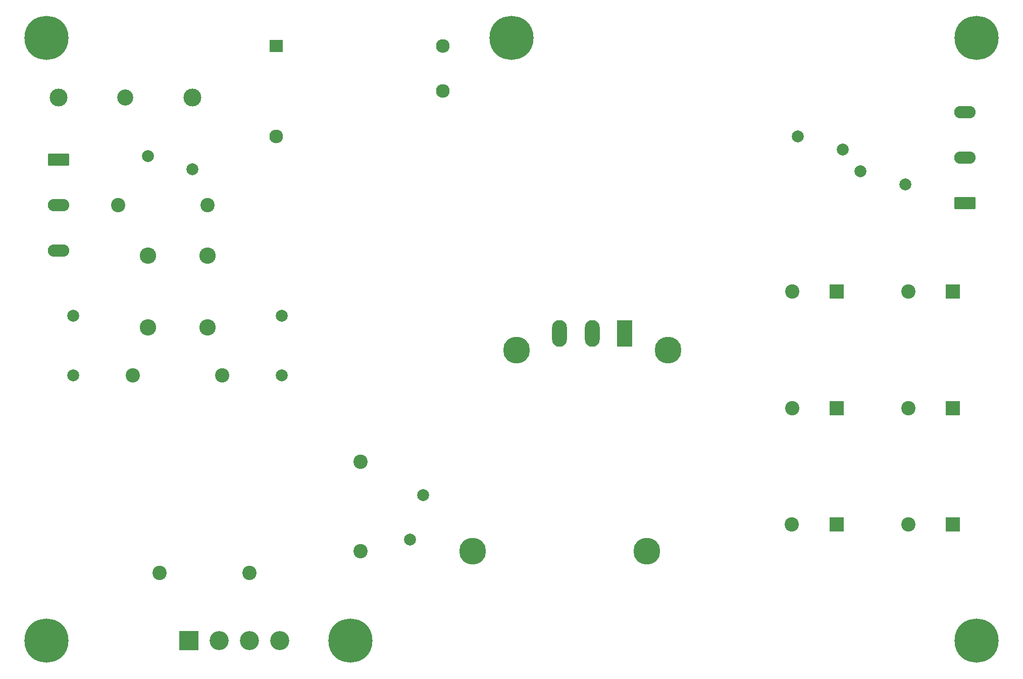
<source format=gbs>
%TF.GenerationSoftware,KiCad,Pcbnew,6.0.7-f9a2dced07~116~ubuntu20.04.1*%
%TF.CreationDate,2022-10-02T03:02:38-04:00*%
%TF.ProjectId,SSTC_PFC_Power_Supply,53535443-5f50-4464-935f-506f7765725f,rev?*%
%TF.SameCoordinates,Original*%
%TF.FileFunction,Soldermask,Bot*%
%TF.FilePolarity,Negative*%
%FSLAX46Y46*%
G04 Gerber Fmt 4.6, Leading zero omitted, Abs format (unit mm)*
G04 Created by KiCad (PCBNEW 6.0.7-f9a2dced07~116~ubuntu20.04.1) date 2022-10-02 03:02:38*
%MOMM*%
%LPD*%
G01*
G04 APERTURE LIST*
G04 Aperture macros list*
%AMRoundRect*
0 Rectangle with rounded corners*
0 $1 Rounding radius*
0 $2 $3 $4 $5 $6 $7 $8 $9 X,Y pos of 4 corners*
0 Add a 4 corners polygon primitive as box body*
4,1,4,$2,$3,$4,$5,$6,$7,$8,$9,$2,$3,0*
0 Add four circle primitives for the rounded corners*
1,1,$1+$1,$2,$3*
1,1,$1+$1,$4,$5*
1,1,$1+$1,$6,$7*
1,1,$1+$1,$8,$9*
0 Add four rect primitives between the rounded corners*
20,1,$1+$1,$2,$3,$4,$5,0*
20,1,$1+$1,$4,$5,$6,$7,0*
20,1,$1+$1,$6,$7,$8,$9,0*
20,1,$1+$1,$8,$9,$2,$3,0*%
G04 Aperture macros list end*
%ADD10C,2.750000*%
%ADD11C,2.400000*%
%ADD12C,7.400000*%
%ADD13C,2.000000*%
%ADD14RoundRect,0.250001X-1.549999X0.799999X-1.549999X-0.799999X1.549999X-0.799999X1.549999X0.799999X0*%
%ADD15O,3.600000X2.100000*%
%ADD16C,2.700000*%
%ADD17C,3.000000*%
%ADD18C,4.500000*%
%ADD19R,2.500000X4.500000*%
%ADD20O,2.500000X4.500000*%
%ADD21R,2.400000X2.400000*%
%ADD22R,2.300000X2.000000*%
%ADD23C,2.300000*%
%ADD24RoundRect,0.250001X1.549999X-0.799999X1.549999X0.799999X-1.549999X0.799999X-1.549999X-0.799999X0*%
%ADD25R,3.200000X3.200000*%
%ADD26C,3.200000*%
G04 APERTURE END LIST*
D10*
%TO.C,FL1*%
X81500000Y-66000000D03*
X81500000Y-78000000D03*
X71500000Y-66000000D03*
X71500000Y-78000000D03*
%TD*%
D11*
%TO.C,C2*%
X84000000Y-86000000D03*
X69000000Y-86000000D03*
%TD*%
D12*
%TO.C,H5*%
X132500000Y-29500000D03*
%TD*%
D13*
%TO.C,RV4*%
X115500000Y-113550000D03*
X117700000Y-106050000D03*
%TD*%
D12*
%TO.C,H3*%
X210500000Y-130500000D03*
%TD*%
D14*
%TO.C,J1*%
X56500000Y-49880000D03*
D15*
X56500000Y-57500000D03*
X56500000Y-65120000D03*
%TD*%
D12*
%TO.C,H1*%
X54500000Y-29500000D03*
%TD*%
D16*
%TO.C,F1*%
X67750000Y-39500000D03*
D17*
X56500000Y-39500000D03*
X79000000Y-39500000D03*
%TD*%
D13*
%TO.C,C4*%
X94000000Y-86000000D03*
X94000000Y-76000000D03*
%TD*%
%TO.C,RV3*%
X188000000Y-48200000D03*
X180500000Y-46000000D03*
%TD*%
D18*
%TO.C,L3*%
X126000000Y-115500000D03*
X155200000Y-115500000D03*
%TD*%
D12*
%TO.C,H4*%
X105500000Y-130500000D03*
%TD*%
D19*
%TO.C,Q1*%
X151450000Y-79000000D03*
D20*
X146000000Y-79000000D03*
X140550000Y-79000000D03*
%TD*%
D21*
%TO.C,C11*%
X206500000Y-111000000D03*
D11*
X199000000Y-111000000D03*
%TD*%
D18*
%TO.C,HS1*%
X158700000Y-81820000D03*
X133300000Y-81820000D03*
%TD*%
D12*
%TO.C,H6*%
X54500000Y-130500000D03*
%TD*%
D13*
%TO.C,RV2*%
X198500000Y-54000000D03*
X191000000Y-51800000D03*
%TD*%
D11*
%TO.C,C1*%
X81500000Y-57500000D03*
X66500000Y-57500000D03*
%TD*%
D12*
%TO.C,H2*%
X210500000Y-29500000D03*
%TD*%
D13*
%TO.C,C3*%
X59000000Y-86000000D03*
X59000000Y-76000000D03*
%TD*%
D21*
%TO.C,C14*%
X187022220Y-91500000D03*
D11*
X179522220Y-91500000D03*
%TD*%
D21*
%TO.C,C13*%
X206522220Y-91500000D03*
D11*
X199022220Y-91500000D03*
%TD*%
%TO.C,C10*%
X107150000Y-115500000D03*
X107150000Y-100500000D03*
%TD*%
D22*
%TO.C,PS1*%
X93000000Y-30800000D03*
D23*
X93000000Y-46000000D03*
X121000000Y-30800000D03*
X121000000Y-38400000D03*
%TD*%
D21*
%TO.C,C15*%
X206522220Y-72000000D03*
D11*
X199022220Y-72000000D03*
%TD*%
%TO.C,C6*%
X88500000Y-119150000D03*
X73500000Y-119150000D03*
%TD*%
D24*
%TO.C,J2*%
X208500000Y-57120000D03*
D15*
X208500000Y-49500000D03*
X208500000Y-41880000D03*
%TD*%
D21*
%TO.C,C12*%
X187000000Y-111000000D03*
D11*
X179500000Y-111000000D03*
%TD*%
D13*
%TO.C,RV1*%
X79000000Y-51500000D03*
X71500000Y-49300000D03*
%TD*%
D25*
%TO.C,D1*%
X78340000Y-130500000D03*
D26*
X83420000Y-130500000D03*
X88500000Y-130500000D03*
X93580000Y-130500000D03*
%TD*%
D21*
%TO.C,C16*%
X187022220Y-72000000D03*
D11*
X179522220Y-72000000D03*
%TD*%
M02*

</source>
